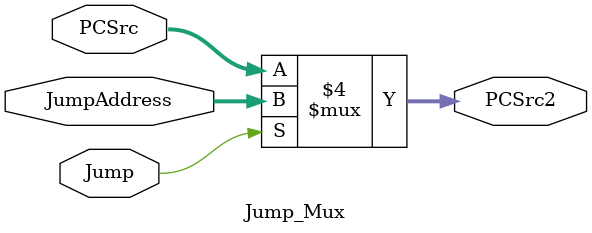
<source format=v>
module Jump_Mux (PCSrc2, JumpAddress, PCSrc, Jump);

// input 
	input [31:0] JumpAddress, PCSrc;
	input Jump;
	
// output
	output reg [31:0] PCSrc2;

	always @(*)
		begin
			if(Jump == 1) 
				PCSrc2 <= JumpAddress;
		   else
				PCSrc2 <= PCSrc;
		end
	
endmodule
	
</source>
